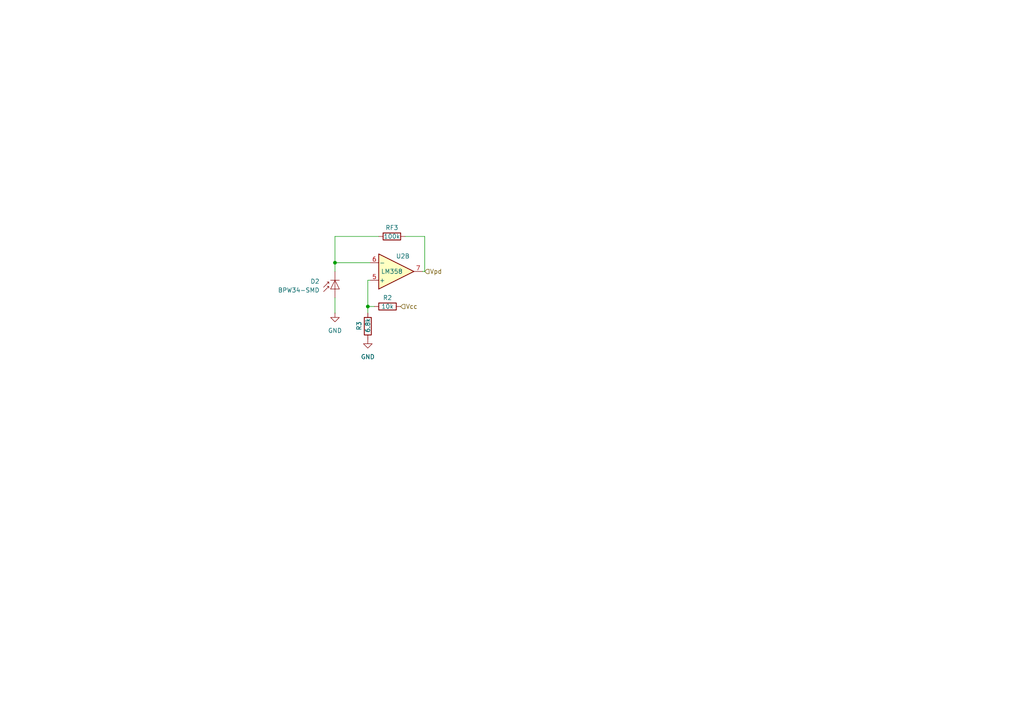
<source format=kicad_sch>
(kicad_sch (version 20250114) (generator "eeschema") (generator_version "9.0")
  (paper "A4")
  (title_block (title "sensores"))
  (lib_symbols
    (symbol "Amplifier_Operational:LM358" (pin_names (offset 0.127))
      (property "Reference" "U" (at 0 5.08 0))
      (property "Value" "LM358" (at 0 -5.08 0))
      (symbol "LM358_1_1"
        (polyline (pts (xy -5.08 5.08) (xy 5.08 0) (xy -5.08 -5.08) (xy -5.08 5.08)) (stroke (width 0.254)) (fill (type background)))
        (pin input line (at -7.62 2.54 0) (length 2.54) (name "+") (number "3"))
        (pin input line (at -7.62 -2.54 0) (length 2.54) (name "-") (number "2"))
        (pin output line (at 7.62 0 180) (length 2.54) (name "~") (number "1"))
      )
      (symbol "LM358_2_1"
        (polyline (pts (xy -5.08 5.08) (xy 5.08 0) (xy -5.08 -5.08) (xy -5.08 5.08)) (stroke (width 0.254)) (fill (type background)))
        (pin input line (at -7.62 2.54 0) (length 2.54) (name "+") (number "5"))
        (pin input line (at -7.62 -2.54 0) (length 2.54) (name "-") (number "6"))
        (pin output line (at 7.62 0 180) (length 2.54) (name "~") (number "7"))
      )
      (symbol "LM358_3_1"
        (pin power_in line (at -2.54 7.62 270) (length 3.81) (name "V+") (number "8"))
        (pin power_in line (at -2.54 -7.62 90) (length 3.81) (name "V-") (number "4"))
      )
    )
    (symbol "Device:R" (pin_numbers (hide yes)) (pin_names (offset 0))
      (property "Reference" "R" (at 2.032 0 90))
      (property "Value" "R" (at 0 0 90))
      (symbol "R_0_1"
        (rectangle (start -1.016 -2.54) (end 1.016 2.54) (stroke (width 0.254)))
      )
      (symbol "R_1_1"
        (pin passive line (at 0 3.81 270) (length 1.27) (name "~") (number "1"))
        (pin passive line (at 0 -3.81 90) (length 1.27) (name "~") (number "2"))
      )
    )
    (symbol "Sensor_Optical:BPW34-SMD" (pin_numbers (hide yes)) (pin_names (offset 1.016) (hide yes))
      (property "Reference" "D" (at 0.508 1.778 0))
      (property "Value" "BPW34-SMD" (at -1.016 -2.794 0))
      (symbol "BPW34-SMD_0_1"
        (polyline (pts (xy -2.54 1.27) (xy -2.54 -1.27)) (stroke (width 0.1524)))
        (polyline (pts (xy -2.032 1.778) (xy -1.524 1.778)))
        (polyline (pts (xy -0.508 3.302) (xy -2.032 1.778) (xy -2.032 2.286)))
        (polyline (pts (xy 0 1.27) (xy -2.54 0) (xy 0 -1.27)))
        (polyline (pts (xy 0 0) (xy -2.54 0)))
        (polyline (pts (xy 0 -1.27) (xy 0 1.27)))
        (polyline (pts (xy 0.762 3.302) (xy -0.762 1.778) (xy -0.762 2.286) (xy -0.762 1.778) (xy -0.254 1.778)))
      )
      (symbol "BPW34-SMD_1_1"
        (pin passive line (at -5.08 0 0) (length 2.54) (name "K") (number "1"))
        (pin passive line (at 2.54 0 180) (length 2.54) (name "A") (number "2"))
      )
    )
    (symbol "power:GND" (power) (pin_numbers (hide yes)) (pin_names (offset 0) (hide yes))
      (property "Value" "GND" (at 0 -3.81 0))
      (symbol "GND_0_1"
        (polyline (pts (xy 0 0) (xy 0 -1.27) (xy 1.27 -1.27) (xy 0 -2.54) (xy -1.27 -1.27) (xy 0 -1.27)))
      )
      (symbol "GND_1_1"
        (pin power_in line (at 0 0 270) (length 0) (name "~") (number "1"))
      )
    )
  )
  (junction (at 97.155 76.2))
  (junction (at 106.68 88.9))
  (wire (pts (xy 107.315 81.28) (xy 106.68 81.28)))
  (wire (pts (xy 106.68 90.805) (xy 106.68 88.9)))
  (wire (pts (xy 117.475 68.58) (xy 123.19 68.58)))
  (wire (pts (xy 123.19 78.74) (xy 122.555 78.74)))
  (wire (pts (xy 109.855 68.58) (xy 97.155 68.58)))
  (wire (pts (xy 123.19 68.58) (xy 123.19 78.74)))
  (wire (pts (xy 97.155 78.74) (xy 97.155 76.2)))
  (wire (pts (xy 106.68 81.28) (xy 106.68 88.9)))
  (wire (pts (xy 106.68 88.9) (xy 108.585 88.9)))
  (wire (pts (xy 97.155 90.805) (xy 97.155 86.36)))
  (wire (pts (xy 97.155 68.58) (xy 97.155 76.2)))
  (wire (pts (xy 97.155 76.2) (xy 107.315 76.2)))
  (hierarchical_label "Vpd" (shape input) (at 123.19 78.74 0))
  (hierarchical_label "Vcc" (shape input) (at 116.205 88.9 0))
  (symbol (lib_id "power:GND") (at 106.68 98.425 0) (unit 1)
    (property "Reference" "#PWR03" (effects (hide yes)))
    (property "Value" "GND" (at 106.68 103.505 0))
    (property "Description" "Power symbol creates a global label with name \"GND\" , ground" (effects (hide yes)))
  )
  (symbol (lib_id "Amplifier_Operational:LM358") (at 114.935 78.74 0) (mirror x) (unit 2)
    (property "Reference" "U2" (at 116.84 74.295 0))
    (property "Value" "LM358" (at 113.665 78.74 0))
    (property "Footprint" "custom:LM358" (effects (hide yes)))
    (property "Datasheet" "http://www.ti.com/lit/ds/symlink/lm2904-n.pdf" (effects (hide yes)))
    (property "Description" "Low-Power, Dual Operational Amplifiers, DIP-8/SOIC-8/TO-99-8" (effects (hide yes)))
  )
  (symbol (lib_id "Device:R") (at 113.665 68.58 90) (unit 1)
    (property "Reference" "RF3" (at 113.665 66.04 90))
    (property "Value" "100k" (at 113.665 68.58 90))
    (property "Footprint" "Resistor_THT:R_Axial_DIN0207_L6.3mm_D2.5mm_P7.62mm_Horizontal" (effects (hide yes)))
    (property "Description" "Resistor" (effects (hide yes)))
  )
  (symbol (lib_id "Device:R") (at 112.395 88.9 90) (unit 1)
    (property "Reference" "R2" (at 112.395 86.36 90))
    (property "Value" "10k" (at 112.395 88.9 90))
    (property "Footprint" "Resistor_THT:R_Axial_DIN0207_L6.3mm_D2.5mm_P7.62mm_Horizontal" (effects (hide yes)))
    (property "Description" "Resistor" (effects (hide yes)))
  )
  (symbol (lib_id "Sensor_Optical:BPW34-SMD") (at 97.155 83.82 90) (mirror x) (unit 1)
    (property "Reference" "D2" (at 92.71 81.6228 90) (effects (justify left)))
    (property "Value" "BPW34-SMD" (at 92.71 84.1628 90) (effects (justify left)))
    (property "Footprint" "OptoDevice:Osram_BPW34S-SMD" (effects (hide yes)))
    (property "Datasheet" "https://dammedia.osram.info/media/resource/hires/osram-dam-5488319/BPW%2034%20S_EN.pdf" (effects (hide yes)))
    (property "Description" "Silicon PIN Photodiode, Area 2.65x2.65mm" (effects (hide yes)))
  )
  (symbol (lib_id "Device:R") (at 106.68 94.615 0) (unit 1)
    (property "Reference" "R3" (at 104.14 95.885 90) (effects (justify left)))
    (property "Value" "6.8k" (at 106.68 96.52 90) (effects (justify left)))
    (property "Footprint" "Resistor_THT:R_Axial_DIN0207_L6.3mm_D2.5mm_P7.62mm_Horizontal" (effects (hide yes)))
    (property "Description" "Resistor" (effects (hide yes)))
  )
  (symbol (lib_id "power:GND") (at 97.155 90.805 0) (unit 1)
    (property "Reference" "#PWR01" (effects (hide yes)))
    (property "Value" "GND" (at 97.155 95.885 0))
    (property "Description" "Power symbol creates a global label with name \"GND\" , ground" (effects (hide yes)))
  )
)
</source>
